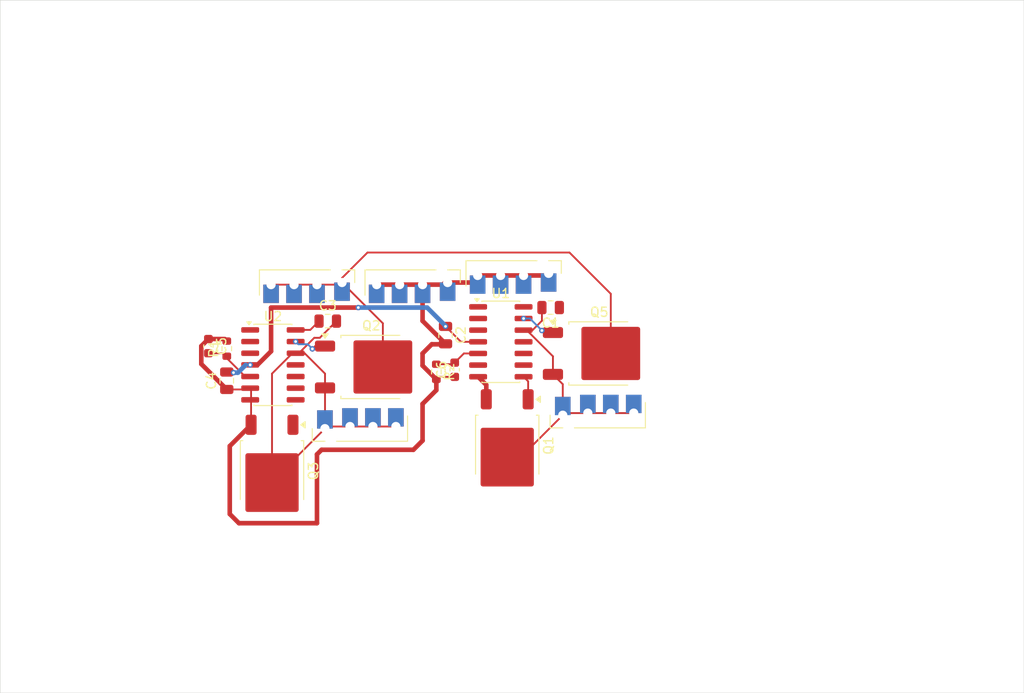
<source format=kicad_pcb>
(kicad_pcb (version 20241229) (generator "pcbnew") (generator_version "9.0")
  (title_block (title "PHM-30A") (date "2025-11-21") (rev "1.0") (company "ITLA-HUB") (comment 1 "Carlos Pichardo Viuque"))
  (layers (0 "F.Cu" signal) (2 "B.Cu" signal) (13 "F.Paste" user) (15 "B.Paste" user) (5 "F.SilkS" user "F.Silkscreen") (7 "B.SilkS" user "B.Silkscreen") (1 "F.Mask" user) (3 "B.Mask" user) (25 "Edge.Cuts" user))
  (net 0 "")
  (net 1 "Net-(J3-Pin_1)")
  (net 2 "GND")
  (net 3 "Net-(J4-Pin_1)")
  (net 4 "VCC")
  (net 5 "Net-(J1-Pin_1)")
  (net 6 "Net-(U1-DT)")
  (net 13 "Net-(U2-DT)")
  (net 20 "Net-(U1-BOOT)")
  (net 21 "Net-(U2-BOOT)")
  (net 22 "Net-(Q1-G)")
  (net 23 "Net-(Q2-G)")
  (net 24 "Net-(Q3-G)")
  (net 25 "Net-(Q5-G)")
  (footprint "Connector_Castellated_Ray:Connector_Castellated_1x04" (layer "F.Cu") (at 132.115 106.09 90)
    (property "Reference" "J3" (hide yes))
    (property "Value" "Conn_01x04_Socket")
    (fp_line (start -2.61 -4.11) (end -1.23 -4.11) (stroke (width 0.12)) (layer "F.SilkS"))
    (fp_line (start -2.61 -2.73) (end -2.61 -4.11) (stroke (width 0.12)) (layer "F.SilkS"))
    (fp_line (start -2.61 -1.46) (end -2.61 6.27) (stroke (width 0.12)) (layer "F.SilkS"))
    (fp_line (start -2.61 6.27) (end 0.15 6.27) (stroke (width 0.12)) (layer "F.SilkS"))
    (pad "1" thru_hole rect (at -1.23 -2.73 90) (size 2 1.7) (drill 1 (offset 1 0)) (property pad_prop_castellated) (layers "*.Cu" "*.Mask") (net 1 "Net-(J3-Pin_1)"))
    (pad "2" thru_hole rect (at -1 0 90) (size 2 1.7) (drill 1 (offset 1 0)) (property pad_prop_castellated) (layers "*.Cu" "*.Mask") (net 1 "Net-(J3-Pin_1)"))
    (pad "3" thru_hole rect (at -1 2.5 90) (size 2 1.7) (drill 1 (offset 1 0)) (property pad_prop_castellated) (layers "*.Cu" "*.Mask") (net 1 "Net-(J3-Pin_1)"))
    (pad "4" thru_hole rect (at -1 5 90) (size 2 1.7) (drill 1 (offset 1 0)) (property pad_prop_castellated) (layers "*.Cu" "*.Mask") (net 1 "Net-(J3-Pin_1)"))
  )
  (footprint "Package_TO_SOT_SMD:TO-252-2" (layer "F.Cu") (at 108.53 102.065)
    (property "Reference" "Q2" (at 0 -4.5 0) (layer "F.SilkS"))
    (property "Value" "QM6006D")
    (fp_line (start -3.31 -3.45) (end -3.31 -3.18) (stroke (width 0.12)) (layer "F.SilkS"))
    (fp_line (start -3.31 3.45) (end -3.31 3.18) (stroke (width 0.12)) (layer "F.SilkS"))
    (fp_line (start 3.11 -3.45) (end -3.31 -3.45) (stroke (width 0.12)) (layer "F.SilkS"))
    (fp_line (start 3.11 3.45) (end -3.31 3.45) (stroke (width 0.12)) (layer "F.SilkS"))
    (fp_poly (pts (xy -5.04 -3.14) (xy -5.38 -3.61) (xy -4.7 -3.61)) (stroke (width 0.12)) (fill yes) (layer "F.SilkS"))
    (pad "1" smd roundrect (at -5.04 -2.28) (size 2.2 1.2) (layers "F.Cu" "F.Mask" "F.Paste") (roundrect_rratio 0.208333) (net 23 "Net-(Q2-G)"))
    (pad "2" smd roundrect (at 1.26 0) (size 6.4 5.8) (layers "F.Cu" "F.Mask") (roundrect_rratio 0.043103) (net 5 "Net-(J1-Pin_1)"))
    (pad "3" smd roundrect (at -5.04 2.28) (size 2.2 1.2) (layers "F.Cu" "F.Mask" "F.Paste") (roundrect_rratio 0.208333) (net 3 "Net-(J4-Pin_1)"))
  )
  (footprint "Resistor_SMD:R_0603_1608Metric" (layer "F.Cu") (at 115.615 102.59 -90)
    (property "Reference" "R2" (at 0 -1.43 90) (layer "F.SilkS"))
    (property "Value" "R_US")
    (fp_line (start -0.237258 0.5225) (end 0.237258 0.5225) (stroke (width 0.12)) (layer "F.SilkS"))
    (fp_line (start -0.237258 -0.5225) (end 0.237258 -0.5225) (stroke (width 0.12)) (layer "F.SilkS"))
    (pad "1" smd roundrect (at -0.825 0 270) (size 0.8 0.95) (layers "F.Cu" "F.Mask" "F.Paste") (net 6 "Net-(U1-DT)"))
    (pad "2" smd roundrect (at 0.825 0 270) (size 0.8 0.95) (layers "F.Cu" "F.Mask" "F.Paste") (net 2 "GND"))
  )
  (footprint "Connector_Castellated_Ray:Connector_Castellated_1x04" (layer "F.Cu") (at 106.21 107.5525 90)
    (property "Reference" "J4" (hide yes))
    (property "Value" "Conn_01x04_Socket")
    (fp_line (start -2.61 -4.11) (end -1.23 -4.11) (stroke (width 0.12)) (layer "F.SilkS"))
    (fp_line (start -2.61 -2.73) (end -2.61 -4.11) (stroke (width 0.12)) (layer "F.SilkS"))
    (fp_line (start -2.61 -1.46) (end -2.61 6.27) (stroke (width 0.12)) (layer "F.SilkS"))
    (fp_line (start -2.61 6.27) (end 0.15 6.27) (stroke (width 0.12)) (layer "F.SilkS"))
    (pad "1" thru_hole rect (at -1.23 -2.73 90) (size 2 1.7) (drill 1 (offset 1 0)) (property pad_prop_castellated) (layers "*.Cu" "*.Mask") (net 3 "Net-(J4-Pin_1)"))
    (pad "2" thru_hole rect (at -1 0 90) (size 2 1.7) (drill 1 (offset 1 0)) (property pad_prop_castellated) (layers "*.Cu" "*.Mask") (net 3 "Net-(J4-Pin_1)"))
    (pad "3" thru_hole rect (at -1 2.5 90) (size 2 1.7) (drill 1 (offset 1 0)) (property pad_prop_castellated) (layers "*.Cu" "*.Mask") (net 3 "Net-(J4-Pin_1)"))
    (pad "4" thru_hole rect (at -1 5 90) (size 2 1.7) (drill 1 (offset 1 0)) (property pad_prop_castellated) (layers "*.Cu" "*.Mask") (net 3 "Net-(J4-Pin_1)"))
  )
  (footprint "Package_TO_SOT_SMD:TO-252-2" (layer "F.Cu") (at 97.7175 113.405 -90)
    (property "Reference" "Q3" (at 0 -4.5 90) (layer "F.SilkS"))
    (property "Value" "QM6006D")
    (fp_line (start -3.31 3.45) (end -3.31 3.18) (stroke (width 0.12)) (layer "F.SilkS"))
    (fp_line (start 3.11 3.45) (end -3.31 3.45) (stroke (width 0.12)) (layer "F.SilkS"))
    (fp_line (start -3.31 -3.45) (end -3.31 -3.18) (stroke (width 0.12)) (layer "F.SilkS"))
    (fp_line (start 3.11 -3.45) (end -3.31 -3.45) (stroke (width 0.12)) (layer "F.SilkS"))
    (fp_poly (pts (xy -5.04 -3.14) (xy -5.38 -3.61) (xy -4.7 -3.61)) (stroke (width 0.12)) (fill yes) (layer "F.SilkS"))
    (pad "1" smd roundrect (at -5.04 -2.28 270) (size 2.2 1.2) (layers "F.Cu" "F.Mask" "F.Paste") (roundrect_rratio 0.208333) (net 24 "Net-(Q3-G)"))
    (pad "2" smd roundrect (at 1.26 0 270) (size 6.4 5.8) (layers "F.Cu" "F.Mask") (roundrect_rratio 0.043103) (net 3 "Net-(J4-Pin_1)"))
    (pad "3" smd roundrect (at -5.04 2.28 270) (size 2.2 1.2) (layers "F.Cu" "F.Mask" "F.Paste") (roundrect_rratio 0.208333) (net 2 "GND"))
  )
  (footprint "Package_SO:SO-14_3.9x8.65mm_P1.27mm" (layer "F.Cu") (at 122.64 99.32)
    (property "Reference" "U1" (at 0 -5.28 0) (layer "F.SilkS"))
    (property "Value" "L6491")
    (fp_line (start -2.06 -4.435) (end 2.06 -4.435) (stroke (width 0.12)) (layer "F.SilkS"))
    (fp_line (start -2.06 -4.37) (end -2.06 -4.435) (stroke (width 0.12)) (layer "F.SilkS"))
    (fp_line (start -2.06 4.435) (end -2.06 4.37) (stroke (width 0.12)) (layer "F.SilkS"))
    (fp_line (start 2.06 -4.435) (end 2.06 -4.37) (stroke (width 0.12)) (layer "F.SilkS"))
    (fp_line (start 2.06 4.37) (end 2.06 4.435) (stroke (width 0.12)) (layer "F.SilkS"))
    (fp_line (start 2.06 4.435) (end -2.06 4.435) (stroke (width 0.12)) (layer "F.SilkS"))
    (fp_poly (pts (xy -2.6 -4.37) (xy -2.84 -4.7) (xy -2.36 -4.7)) (stroke (width 0.12)) (fill yes) (layer "F.SilkS"))
    (pad "1" smd roundrect (at -2.475 -3.81) (size 1.95 0.6) (layers "F.Cu" "F.Mask" "F.Paste"))
    (pad "2" smd roundrect (at -2.475 -2.54) (size 1.95 0.6) (layers "F.Cu" "F.Mask" "F.Paste"))
    (pad "3" smd roundrect (at -2.475 -1.27) (size 1.95 0.6) (layers "F.Cu" "F.Mask" "F.Paste"))
    (pad "4" smd roundrect (at -2.475 0) (size 1.95 0.6) (layers "F.Cu" "F.Mask" "F.Paste") (net 4 "VCC"))
    (pad "5" smd roundrect (at -2.475 1.27) (size 1.95 0.6) (layers "F.Cu" "F.Mask" "F.Paste") (net 6 "Net-(U1-DT)"))
    (pad "6" smd roundrect (at -2.475 2.54) (size 1.95 0.6) (layers "F.Cu" "F.Mask" "F.Paste") (net 2 "GND"))
    (pad "7" smd roundrect (at -2.475 3.81) (size 1.95 0.6) (layers "F.Cu" "F.Mask" "F.Paste") (net 2 "GND"))
    (pad "8" smd roundrect (at 2.475 3.81) (size 1.95 0.6) (layers "F.Cu" "F.Mask" "F.Paste") (net 22 "Net-(Q1-G)"))
    (pad "9" smd roundrect (at 2.475 2.54) (size 1.95 0.6) (layers "F.Cu" "F.Mask" "F.Paste"))
    (pad "10" smd roundrect (at 2.475 1.27) (size 1.95 0.6) (layers "F.Cu" "F.Mask" "F.Paste"))
    (pad "11" smd roundrect (at 2.475 0) (size 1.95 0.6) (layers "F.Cu" "F.Mask" "F.Paste"))
    (pad "12" smd roundrect (at 2.475 -1.27) (size 1.95 0.6) (layers "F.Cu" "F.Mask" "F.Paste") (net 1 "Net-(J3-Pin_1)"))
    (pad "13" smd roundrect (at 2.475 -2.54) (size 1.95 0.6) (layers "F.Cu" "F.Mask" "F.Paste") (net 25 "Net-(Q5-G)"))
    (pad "14" smd roundrect (at 2.475 -3.81) (size 1.95 0.6) (layers "F.Cu" "F.Mask" "F.Paste") (net 20 "Net-(U1-BOOT)"))
  )
  (footprint "Package_TO_SOT_SMD:TO-252-2" (layer "F.Cu") (at 123.335 110.63 -90)
    (property "Reference" "Q1" (at 0 -4.5 90) (layer "F.SilkS"))
    (property "Value" "QM6006D")
    (fp_line (start -3.31 3.45) (end -3.31 3.18) (stroke (width 0.12)) (layer "F.SilkS"))
    (fp_line (start 3.11 3.45) (end -3.31 3.45) (stroke (width 0.12)) (layer "F.SilkS"))
    (fp_line (start -3.31 -3.45) (end -3.31 -3.18) (stroke (width 0.12)) (layer "F.SilkS"))
    (fp_line (start 3.11 -3.45) (end -3.31 -3.45) (stroke (width 0.12)) (layer "F.SilkS"))
    (fp_poly (pts (xy -5.04 -3.14) (xy -5.38 -3.61) (xy -4.7 -3.61)) (stroke (width 0.12)) (fill yes) (layer "F.SilkS"))
    (pad "1" smd roundrect (at -5.04 -2.28 270) (size 2.2 1.2) (layers "F.Cu" "F.Mask" "F.Paste") (roundrect_rratio 0.208333) (net 22 "Net-(Q1-G)"))
    (pad "2" smd roundrect (at 1.26 0 270) (size 6.4 5.8) (layers "F.Cu" "F.Mask") (roundrect_rratio 0.043103) (net 1 "Net-(J3-Pin_1)"))
    (pad "3" smd roundrect (at -5.04 2.28 270) (size 2.2 1.2) (layers "F.Cu" "F.Mask" "F.Paste") (roundrect_rratio 0.208333) (net 2 "GND"))
  )
  (footprint "Connector_Castellated_Ray:Connector_Castellated_1x04" (layer "F.Cu") (at 102.615 94.09 -90)
    (property "Reference" "J1" (hide yes))
    (property "Value" "Conn_01x04_Socket")
    (fp_line (start -2.61 6.27) (end 0.15 6.27) (stroke (width 0.12)) (layer "F.SilkS"))
    (fp_line (start -2.61 -1.46) (end -2.61 6.27) (stroke (width 0.12)) (layer "F.SilkS"))
    (fp_line (start -2.61 -2.73) (end -2.61 -4.11) (stroke (width 0.12)) (layer "F.SilkS"))
    (fp_line (start -2.61 -4.11) (end -1.23 -4.11) (stroke (width 0.12)) (layer "F.SilkS"))
    (pad "1" thru_hole rect (at -1.23 -2.73 270) (size 2 1.7) (drill 1 (offset 1 0)) (property pad_prop_castellated) (layers "*.Cu" "*.Mask") (net 5 "Net-(J1-Pin_1)"))
    (pad "2" thru_hole rect (at -1 0 270) (size 2 1.7) (drill 1 (offset 1 0)) (property pad_prop_castellated) (layers "*.Cu" "*.Mask") (net 5 "Net-(J1-Pin_1)"))
    (pad "3" thru_hole rect (at -1 2.5 270) (size 2 1.7) (drill 1 (offset 1 0)) (property pad_prop_castellated) (layers "*.Cu" "*.Mask") (net 5 "Net-(J1-Pin_1)"))
    (pad "4" thru_hole rect (at -1 5 270) (size 2 1.7) (drill 1 (offset 1 0)) (property pad_prop_castellated) (layers "*.Cu" "*.Mask") (net 5 "Net-(J1-Pin_1)"))
  )
  (footprint "Resistor_SMD:R_0603_1608Metric" (layer "F.Cu") (at 92.79 100.065 90)
    (property "Reference" "R1" (at 0 -1.43 90) (layer "F.SilkS"))
    (property "Value" "R_US")
    (fp_line (start -0.237258 -0.5225) (end 0.237258 -0.5225) (stroke (width 0.12)) (layer "F.SilkS"))
    (fp_line (start -0.237258 0.5225) (end 0.237258 0.5225) (stroke (width 0.12)) (layer "F.SilkS"))
    (pad "1" smd roundrect (at -0.825 0 90) (size 0.8 0.95) (layers "F.Cu" "F.Mask" "F.Paste") (net 13 "Net-(U2-DT)"))
    (pad "2" smd roundrect (at 0.825 0 90) (size 0.8 0.95) (layers "F.Cu" "F.Mask" "F.Paste") (net 2 "GND"))
  )
  (footprint "Capacitor_SMD:C_0805_2012Metric" (layer "F.Cu") (at 92.79 103.565 90)
    (property "Reference" "C4" (at 0 -1.68 90) (layer "F.SilkS"))
    (property "Value" "C")
    (fp_line (start -0.261252 -0.735) (end 0.261252 -0.735) (stroke (width 0.12)) (layer "F.SilkS"))
    (fp_line (start -0.261252 0.735) (end 0.261252 0.735) (stroke (width 0.12)) (layer "F.SilkS"))
    (pad "1" smd roundrect (at -0.95 0 90) (size 1 1.45) (layers "F.Cu" "F.Mask" "F.Paste") (net 2 "GND"))
    (pad "2" smd roundrect (at 0.95 0 90) (size 1 1.45) (layers "F.Cu" "F.Mask" "F.Paste") (net 4 "VCC"))
  )
  (footprint "Package_SO:SO-14_3.9x8.65mm_P1.27mm" (layer "F.Cu") (at 97.815 101.835)
    (property "Reference" "U2" (at 0 -5.28 0) (layer "F.SilkS"))
    (property "Value" "L6491")
    (fp_line (start -2.06 -4.435) (end 2.06 -4.435) (stroke (width 0.12)) (layer "F.SilkS"))
    (fp_line (start -2.06 -4.37) (end -2.06 -4.435) (stroke (width 0.12)) (layer "F.SilkS"))
    (fp_line (start -2.06 4.435) (end -2.06 4.37) (stroke (width 0.12)) (layer "F.SilkS"))
    (fp_line (start 2.06 -4.435) (end 2.06 -4.37) (stroke (width 0.12)) (layer "F.SilkS"))
    (fp_line (start 2.06 4.37) (end 2.06 4.435) (stroke (width 0.12)) (layer "F.SilkS"))
    (fp_line (start 2.06 4.435) (end -2.06 4.435) (stroke (width 0.12)) (layer "F.SilkS"))
    (fp_poly (pts (xy -2.6 -4.37) (xy -2.84 -4.7) (xy -2.36 -4.7)) (stroke (width 0.12)) (fill yes) (layer "F.SilkS"))
    (pad "1" smd roundrect (at -2.475 -3.81) (size 1.95 0.6) (layers "F.Cu" "F.Mask" "F.Paste"))
    (pad "2" smd roundrect (at -2.475 -2.54) (size 1.95 0.6) (layers "F.Cu" "F.Mask" "F.Paste"))
    (pad "3" smd roundrect (at -2.475 -1.27) (size 1.95 0.6) (layers "F.Cu" "F.Mask" "F.Paste"))
    (pad "4" smd roundrect (at -2.475 0) (size 1.95 0.6) (layers "F.Cu" "F.Mask" "F.Paste") (net 4 "VCC"))
    (pad "5" smd roundrect (at -2.475 1.27) (size 1.95 0.6) (layers "F.Cu" "F.Mask" "F.Paste") (net 13 "Net-(U2-DT)"))
    (pad "6" smd roundrect (at -2.475 2.54) (size 1.95 0.6) (layers "F.Cu" "F.Mask" "F.Paste") (net 2 "GND"))
    (pad "7" smd roundrect (at -2.475 3.81) (size 1.95 0.6) (layers "F.Cu" "F.Mask" "F.Paste") (net 2 "GND"))
    (pad "8" smd roundrect (at 2.475 3.81) (size 1.95 0.6) (layers "F.Cu" "F.Mask" "F.Paste") (net 24 "Net-(Q3-G)"))
    (pad "9" smd roundrect (at 2.475 2.54) (size 1.95 0.6) (layers "F.Cu" "F.Mask" "F.Paste"))
    (pad "10" smd roundrect (at 2.475 1.27) (size 1.95 0.6) (layers "F.Cu" "F.Mask" "F.Paste"))
    (pad "11" smd roundrect (at 2.475 0) (size 1.95 0.6) (layers "F.Cu" "F.Mask" "F.Paste"))
    (pad "12" smd roundrect (at 2.475 -1.27) (size 1.95 0.6) (layers "F.Cu" "F.Mask" "F.Paste") (net 3 "Net-(J4-Pin_1)"))
    (pad "13" smd roundrect (at 2.475 -2.54) (size 1.95 0.6) (layers "F.Cu" "F.Mask" "F.Paste") (net 23 "Net-(Q2-G)"))
    (pad "14" smd roundrect (at 2.475 -3.81) (size 1.95 0.6) (layers "F.Cu" "F.Mask" "F.Paste") (net 21 "Net-(U2-BOOT)"))
  )
  (footprint "Capacitor_SMD:C_0805_2012Metric" (layer "F.Cu") (at 128.065 95.59 180)
    (property "Reference" "C1" (at 0 -1.68 0) (layer "F.SilkS"))
    (property "Value" "C")
    (fp_line (start -0.261252 0.735) (end 0.261252 0.735) (stroke (width 0.12)) (layer "F.SilkS"))
    (fp_line (start -0.261252 -0.735) (end 0.261252 -0.735) (stroke (width 0.12)) (layer "F.SilkS"))
    (pad "1" smd roundrect (at -0.95 0 180) (size 1 1.45) (layers "F.Cu" "F.Mask" "F.Paste") (net 20 "Net-(U1-BOOT)"))
    (pad "2" smd roundrect (at 0.95 0 180) (size 1 1.45) (layers "F.Cu" "F.Mask" "F.Paste") (net 1 "Net-(J3-Pin_1)"))
  )
  (footprint "Capacitor_SMD:C_0603_1608Metric" (layer "F.Cu") (at 90.79 99.79 -90)
    (property "Reference" "C5" (at 0 -1.43 90) (layer "F.SilkS"))
    (property "Value" "C")
    (fp_line (start -0.14058 0.51) (end 0.14058 0.51) (stroke (width 0.12)) (layer "F.SilkS"))
    (fp_line (start -0.14058 -0.51) (end 0.14058 -0.51) (stroke (width 0.12)) (layer "F.SilkS"))
    (pad "1" smd roundrect (at -0.775 0 270) (size 0.9 0.95) (layers "F.Cu" "F.Mask" "F.Paste") (net 2 "GND"))
    (pad "2" smd roundrect (at 0.775 0 270) (size 0.9 0.95) (layers "F.Cu" "F.Mask" "F.Paste") (net 13 "Net-(U2-DT)"))
  )
  (footprint "Connector_Castellated_Ray:Connector_Castellated_1x04" (layer "F.Cu") (at 114.115 94.09 -90)
    (property "Reference" "J2" (hide yes))
    (property "Value" "Conn_01x04_Socket")
    (fp_line (start -2.61 6.27) (end 0.15 6.27) (stroke (width 0.12)) (layer "F.SilkS"))
    (fp_line (start -2.61 -1.46) (end -2.61 6.27) (stroke (width 0.12)) (layer "F.SilkS"))
    (fp_line (start -2.61 -2.73) (end -2.61 -4.11) (stroke (width 0.12)) (layer "F.SilkS"))
    (fp_line (start -2.61 -4.11) (end -1.23 -4.11) (stroke (width 0.12)) (layer "F.SilkS"))
    (pad "1" thru_hole rect (at -1.23 -2.73 270) (size 2 1.7) (drill 1 (offset 1 0)) (property pad_prop_castellated) (layers "*.Cu" "*.Mask") (net 2 "GND"))
    (pad "2" thru_hole rect (at -1 0 270) (size 2 1.7) (drill 1 (offset 1 0)) (property pad_prop_castellated) (layers "*.Cu" "*.Mask") (net 2 "GND"))
    (pad "3" thru_hole rect (at -1 2.5 270) (size 2 1.7) (drill 1 (offset 1 0)) (property pad_prop_castellated) (layers "*.Cu" "*.Mask") (net 2 "GND"))
    (pad "4" thru_hole rect (at -1 5 270) (size 2 1.7) (drill 1 (offset 1 0)) (property pad_prop_castellated) (layers "*.Cu" "*.Mask") (net 2 "GND"))
  )
  (footprint "Capacitor_SMD:C_0805_2012Metric" (layer "F.Cu") (at 103.79 97.065)
    (property "Reference" "C3" (at 0 -1.68 0) (layer "F.SilkS"))
    (property "Value" "C")
    (fp_line (start -0.261252 -0.735) (end 0.261252 -0.735) (stroke (width 0.12)) (layer "F.SilkS"))
    (fp_line (start -0.261252 0.735) (end 0.261252 0.735) (stroke (width 0.12)) (layer "F.SilkS"))
    (pad "1" smd roundrect (at -0.95 0) (size 1 1.45) (layers "F.Cu" "F.Mask" "F.Paste") (net 21 "Net-(U2-BOOT)"))
    (pad "2" smd roundrect (at 0.95 0) (size 1 1.45) (layers "F.Cu" "F.Mask" "F.Paste") (net 3 "Net-(J4-Pin_1)"))
  )
  (footprint "Capacitor_SMD:C_0603_1608Metric" (layer "F.Cu") (at 117.615 102.365 90)
    (property "Reference" "C6" (at 0 -1.43 90) (layer "F.SilkS"))
    (property "Value" "C")
    (fp_line (start -0.14058 -0.51) (end 0.14058 -0.51) (stroke (width 0.12)) (layer "F.SilkS"))
    (fp_line (start -0.14058 0.51) (end 0.14058 0.51) (stroke (width 0.12)) (layer "F.SilkS"))
    (pad "1" smd roundrect (at -0.775 0 90) (size 0.9 0.95) (layers "F.Cu" "F.Mask" "F.Paste") (net 2 "GND"))
    (pad "2" smd roundrect (at 0.775 0 90) (size 0.9 0.95) (layers "F.Cu" "F.Mask" "F.Paste") (net 6 "Net-(U1-DT)"))
  )
  (footprint "Capacitor_SMD:C_0805_2012Metric" (layer "F.Cu") (at 116.615 98.59 -90)
    (property "Reference" "C2" (at 0 -1.68 90) (layer "F.SilkS"))
    (property "Value" "C")
    (fp_line (start -0.261252 0.735) (end 0.261252 0.735) (stroke (width 0.12)) (layer "F.SilkS"))
    (fp_line (start -0.261252 -0.735) (end 0.261252 -0.735) (stroke (width 0.12)) (layer "F.SilkS"))
    (pad "1" smd roundrect (at -0.95 0 270) (size 1 1.45) (layers "F.Cu" "F.Mask" "F.Paste") (net 4 "VCC"))
    (pad "2" smd roundrect (at 0.95 0 270) (size 1 1.45) (layers "F.Cu" "F.Mask" "F.Paste") (net 2 "GND"))
  )
  (footprint "Package_TO_SOT_SMD:TO-252-2" (layer "F.Cu") (at 133.355 100.59)
    (property "Reference" "Q5" (at 0 -4.5 0) (layer "F.SilkS"))
    (property "Value" "QM6006D")
    (fp_line (start -3.31 -3.45) (end -3.31 -3.18) (stroke (width 0.12)) (layer "F.SilkS"))
    (fp_line (start -3.31 3.45) (end -3.31 3.18) (stroke (width 0.12)) (layer "F.SilkS"))
    (fp_line (start 3.11 -3.45) (end -3.31 -3.45) (stroke (width 0.12)) (layer "F.SilkS"))
    (fp_line (start 3.11 3.45) (end -3.31 3.45) (stroke (width 0.12)) (layer "F.SilkS"))
    (fp_poly (pts (xy -5.04 -3.14) (xy -5.38 -3.61) (xy -4.7 -3.61)) (stroke (width 0.12)) (fill yes) (layer "F.SilkS"))
    (pad "1" smd roundrect (at -5.04 -2.28) (size 2.2 1.2) (layers "F.Cu" "F.Mask" "F.Paste") (roundrect_rratio 0.208333) (net 25 "Net-(Q5-G)"))
    (pad "2" smd roundrect (at 1.26 0) (size 6.4 5.8) (layers "F.Cu" "F.Mask") (roundrect_rratio 0.043103) (net 5 "Net-(J1-Pin_1)"))
    (pad "3" smd roundrect (at -5.04 2.28) (size 2.2 1.2) (layers "F.Cu" "F.Mask" "F.Paste") (roundrect_rratio 0.208333) (net 1 "Net-(J3-Pin_1)"))
  )
  (footprint "Connector_Castellated_Ray:Connector_Castellated_1x04" (layer "F.Cu") (at 125.115 93.09 -90)
    (property "Reference" "J5" (hide yes))
    (property "Value" "Conn_01x04_Socket")
    (fp_line (start -2.61 6.27) (end 0.15 6.27) (stroke (width 0.12)) (layer "F.SilkS"))
    (fp_line (start -2.61 -1.46) (end -2.61 6.27) (stroke (width 0.12)) (layer "F.SilkS"))
    (fp_line (start -2.61 -2.73) (end -2.61 -4.11) (stroke (width 0.12)) (layer "F.SilkS"))
    (fp_line (start -2.61 -4.11) (end -1.23 -4.11) (stroke (width 0.12)) (layer "F.SilkS"))
    (pad "1" thru_hole rect (at -1.23 -2.73 270) (size 2 1.7) (drill 1 (offset 1 0)) (property pad_prop_castellated) (layers "*.Cu" "*.Mask") (net 2 "GND"))
    (pad "2" thru_hole rect (at -1 0 270) (size 2 1.7) (drill 1 (offset 1 0)) (property pad_prop_castellated) (layers "*.Cu" "*.Mask") (net 2 "GND"))
    (pad "3" thru_hole rect (at -1 2.5 270) (size 2 1.7) (drill 1 (offset 1 0)) (property pad_prop_castellated) (layers "*.Cu" "*.Mask") (net 2 "GND"))
    (pad "4" thru_hole rect (at -1 5 270) (size 2 1.7) (drill 1 (offset 1 0)) (property pad_prop_castellated) (layers "*.Cu" "*.Mask") (net 2 "GND"))
  )
  (gr_rect (start 68.115 62.09) (end 179.615 137.59) (stroke (width 0.05)) (fill no) (layer "Edge.Cuts"))
  (segment (start 127.115 97.024999) (end 126.089999 98.05) (width 0.2) (layer "F.Cu") (net 1))
  (segment (start 126.089999 98.05) (end 125.115 98.05) (width 0.2) (layer "F.Cu") (net 1))
  (segment (start 127.115 95.59) (end 127.115 97.024999) (width 0.2) (layer "F.Cu") (net 1))
  (segment (start 123.335 111.89) (end 124.815 111.89) (width 0.2) (layer "F.Cu") (net 1))
  (segment (start 125.461968 98.05) (end 125.115 98.05) (width 0.2) (layer "F.Cu") (net 1))
  (segment (start 128.315 102.87) (end 128.315 100.903032) (width 0.2) (layer "F.Cu") (net 1))
  (segment (start 129.385 107.32) (end 129.385 103.94) (width 0.2) (layer "F.Cu") (net 1))
  (segment (start 124.815 111.89) (end 129.385 107.32) (width 0.2) (layer "F.Cu") (net 1))
  (segment (start 129.385 107.32) (end 129.615 107.09) (width 0.2) (layer "F.Cu") (net 1))
  (segment (start 129.615 107.09) (end 137.115 107.09) (width 0.2) (layer "F.Cu") (net 1))
  (segment (start 128.315 100.903032) (end 125.461968 98.05) (width 0.2) (layer "F.Cu") (net 1))
  (segment (start 129.385 103.94) (end 128.315 102.87) (width 0.2) (layer "F.Cu") (net 1))
  (segment (start 116.615 92.59) (end 116.115 93.09) (width 0.2) (layer "F.Cu") (net 2))
  (segment (start 113.115 111.09) (end 114.115 110.09) (width 0.5) (layer "F.Cu") (net 2))
  (segment (start 95.2 104.515) (end 95.34 104.375) (width 0.2) (layer "F.Cu") (net 2))
  (segment (start 102.615 119.09) (end 102.615 111.59) (width 0.5) (layer "F.Cu") (net 2))
  (segment (start 116.615 99.54) (end 114.115 97.04) (width 0.5) (layer "F.Cu") (net 2))
  (segment (start 93.115 110.6875) (end 93.115 118.09) (width 0.5) (layer "F.Cu") (net 2))
  (segment (start 114.115 101.915) (end 114.115 100.59) (width 0.5) (layer "F.Cu") (net 2))
  (segment (start 94.115 119.09) (end 102.615 119.09) (width 0.5) (layer "F.Cu") (net 2))
  (segment (start 115.615 103.415) (end 114.115 101.915) (width 0.5) (layer "F.Cu") (net 2))
  (segment (start 116.565 99.59) (end 116.615 99.54) (width 0.2) (layer "F.Cu") (net 2))
  (segment (start 92.79 104.515) (end 90.014 101.739) (width 0.5) (layer "F.Cu") (net 2))
  (segment (start 90.79 99.015) (end 92.565 99.015) (width 0.5) (layer "F.Cu") (net 2))
  (segment (start 92.79 104.515) (end 95.2 104.515) (width 0.2) (layer "F.Cu") (net 2))
  (segment (start 121.055 104.02) (end 121.055 105.59) (width 0.5) (layer "F.Cu") (net 2))
  (segment (start 116.615 92.63) (end 116.845 92.86) (width 0.2) (layer "F.Cu") (net 2))
  (segment (start 117.615 103.14) (end 115.89 103.14) (width 0.2) (layer "F.Cu") (net 2))
  (segment (start 114.115 106.09) (end 115.615 104.59) (width 0.5) (layer "F.Cu") (net 2))
  (segment (start 95.4375 104.4725) (end 95.34 104.375) (width 0.2) (layer "F.Cu") (net 2))
  (segment (start 120.115 92.09) (end 127.615 92.09) (width 0.5) (layer "F.Cu") (net 2))
  (segment (start 95.4375 108.365) (end 93.115 110.6875) (width 0.5) (layer "F.Cu") (net 2))
  (segment (start 90.014 101.739) (end 90.014 99.791) (width 0.5) (layer "F.Cu") (net 2))
  (segment (start 115.89 103.14) (end 115.615 103.415) (width 0.2) (layer "F.Cu") (net 2))
  (segment (start 93.115 118.09) (end 94.115 119.09) (width 0.5) (layer "F.Cu") (net 2))
  (segment (start 116.615 92.59) (end 116.615 92.63) (width 0.2) (layer "F.Cu") (net 2))
  (segment (start 95.4375 108.365) (end 95.4375 104.4725) (width 0.2) (layer "F.Cu") (net 2))
  (segment (start 115.115 99.59) (end 116.565 99.59) (width 0.5) (layer "F.Cu") (net 2))
  (segment (start 119.345 92.86) (end 120.115 92.09) (width 0.2) (layer "F.Cu") (net 2))
  (segment (start 92.565 99.015) (end 92.79 99.24) (width 0.2) (layer "F.Cu") (net 2))
  (segment (start 114.115 97.04) (end 114.115 93.09) (width 0.5) (layer "F.Cu") (net 2))
  (segment (start 117.115 93.09) (end 116.615 92.59) (width 0.2) (layer "F.Cu") (net 2))
  (segment (start 114.115 110.09) (end 114.115 106.09) (width 0.5) (layer "F.Cu") (net 2))
  (segment (start 114.115 100.59) (end 115.115 99.59) (width 0.5) (layer "F.Cu") (net 2))
  (segment (start 117.115 92.59) (end 117.115 93.09) (width 0.2) (layer "F.Cu") (net 2))
  (segment (start 115.615 104.59) (end 115.615 103.415) (width 0.5) (layer "F.Cu") (net 2))
  (segment (start 120.165 103.13) (end 121.055 104.02) (width 0.5) (layer "F.Cu") (net 2))
  (segment (start 116.845 92.86) (end 119.345 92.86) (width 0.5) (layer "F.Cu") (net 2))
  (segment (start 103.115 111.09) (end 113.115 111.09) (width 0.5) (layer "F.Cu") (net 2))
  (segment (start 90.014 99.791) (end 90.79 99.015) (width 0.5) (layer "F.Cu") (net 2))
  (segment (start 127.615 92.09) (end 127.845 91.86) (width 0.2) (layer "F.Cu") (net 2))
  (segment (start 102.615 111.59) (end 103.115 111.09) (width 0.5) (layer "F.Cu") (net 2))
  (segment (start 116.115 93.09) (end 109.115 93.09) (width 0.5) (layer "F.Cu") (net 2))
  (segment (start 101.264999 100.565) (end 100.29 100.565) (width 0.2) (layer "F.Cu") (net 3))
  (segment (start 103.49 108.7725) (end 103.48 108.7825) (width 0.2) (layer "F.Cu") (net 3))
  (segment (start 104.74 97.065) (end 102.921 98.884) (width 0.2) (layer "F.Cu") (net 3))
  (segment (start 103.49 104.345) (end 103.49 102.790001) (width 0.2) (layer "F.Cu") (net 3))
  (segment (start 103.49 104.345) (end 103.49 108.7725) (width 0.2) (layer "F.Cu") (net 3))
  (segment (start 97.7175 114.665) (end 97.7175 114.545) (width 0.2) (layer "F.Cu") (net 3))
  (segment (start 99.943032 100.565) (end 100.29 100.565) (width 0.2) (layer "F.Cu") (net 3))
  (segment (start 97.7175 114.545) (end 103.48 108.7825) (width 0.2) (layer "F.Cu") (net 3))
  (segment (start 103.49 102.790001) (end 101.264999 100.565) (width 0.2) (layer "F.Cu") (net 3))
  (segment (start 97.7175 102.790532) (end 99.943032 100.565) (width 0.2) (layer "F.Cu") (net 3))
  (segment (start 102.921 98.884) (end 102.321 98.884) (width 0.2) (layer "F.Cu") (net 3))
  (segment (start 103.48 108.7825) (end 103.71 108.5525) (width 0.2) (layer "F.Cu") (net 3))
  (segment (start 100.64 100.565) (end 100.29 100.565) (width 0.2) (layer "F.Cu") (net 3))
  (segment (start 103.71 108.5525) (end 111.21 108.5525) (width 0.2) (layer "F.Cu") (net 3))
  (segment (start 97.7175 114.665) (end 97.7175 102.790532) (width 0.2) (layer "F.Cu") (net 3))
  (segment (start 102.321 98.884) (end 100.64 100.565) (width 0.2) (layer "F.Cu") (net 3))
  (segment (start 118.295 99.32) (end 116.615 97.64) (width 0.2) (layer "F.Cu") (net 4))
  (segment (start 120.165 99.32) (end 118.295 99.32) (width 0.2) (layer "F.Cu") (net 4))
  (segment (start 92.79 102.615) (end 93.45263 102.615) (width 0.2) (layer "F.Cu") (net 4))
  (segment (start 96.133032 101.835) (end 97.615 100.353032) (width 0.5) (layer "F.Cu") (net 4))
  (segment (start 97.615 100.353032) (end 97.615 95.59) (width 0.5) (layer "F.Cu") (net 4))
  (segment (start 97.615 95.59) (end 107.115 95.59) (width 0.5) (layer "F.Cu") (net 4))
  (segment (start 95.34 101.835) (end 96.133032 101.835) (width 0.2) (layer "F.Cu") (net 4))
  (segment (start 93.45263 102.615) (end 93.521315 102.683685) (width 0.2) (layer "F.Cu") (net 4))
  (via (at 93.521315 102.683685) (size 0.6) (drill 0.3) (layers "F.Cu" "B.Cu") (net 4))
  (via (at 116.615 97.64) (size 0.6) (drill 0.3) (layers "F.Cu" "B.Cu") (net 4))
  (via (at 95.34 101.835) (size 0.6) (drill 0.3) (layers "F.Cu" "B.Cu") (net 4))
  (via (at 107.115 95.59) (size 0.6) (drill 0.3) (layers "F.Cu" "B.Cu") (net 4))
  (segment (start 93.521315 102.683685) (end 94.006315 102.683685) (width 0.5) (layer "B.Cu") (net 4))
  (segment (start 107.115 95.59) (end 114.615 95.59) (width 0.5) (layer "B.Cu") (net 4))
  (segment (start 94.006315 102.683685) (end 94.855 101.835) (width 0.5) (layer "B.Cu") (net 4))
  (segment (start 114.615 95.59) (end 116.615 97.59) (width 0.5) (layer "B.Cu") (net 4))
  (segment (start 94.855 101.835) (end 95.34 101.835) (width 0.2) (layer "B.Cu") (net 4))
  (segment (start 116.615 97.59) (end 116.615 97.64) (width 0.2) (layer "B.Cu") (net 4))
  (segment (start 105.345 92.86) (end 109.79 97.305) (width 0.2) (layer "F.Cu") (net 5))
  (segment (start 134.615 94.09) (end 130.115 89.59) (width 0.2) (layer "F.Cu") (net 5))
  (segment (start 105.115 93.09) (end 105.345 92.86) (width 0.2) (layer "F.Cu") (net 5))
  (segment (start 108.115 89.59) (end 105.345 92.36) (width 0.2) (layer "F.Cu") (net 5))
  (segment (start 97.615 93.09) (end 105.115 93.09) (width 0.2) (layer "F.Cu") (net 5))
  (segment (start 134.615 100.59) (end 134.615 94.09) (width 0.2) (layer "F.Cu") (net 5))
  (segment (start 130.115 89.59) (end 108.115 89.59) (width 0.2) (layer "F.Cu") (net 5))
  (segment (start 105.345 92.36) (end 105.345 92.86) (width 0.2) (layer "F.Cu") (net 5))
  (segment (start 109.79 97.305) (end 109.79 102.065) (width 0.2) (layer "F.Cu") (net 5))
  (segment (start 118.615 100.59) (end 120.165 100.59) (width 0.2) (layer "F.Cu") (net 6))
  (segment (start 117.44 101.765) (end 117.615 101.59) (width 0.2) (layer "F.Cu") (net 6))
  (segment (start 115.615 101.765) (end 117.44 101.765) (width 0.2) (layer "F.Cu") (net 6))
  (segment (start 117.615 101.59) (end 118.615 100.59) (width 0.2) (layer "F.Cu") (net 6))
  (segment (start 92.465 100.565) (end 92.79 100.89) (width 0.2) (layer "F.Cu") (net 13))
  (segment (start 94.79116 103.105) (end 92.79 101.10384) (width 0.2) (layer "F.Cu") (net 13))
  (segment (start 92.79 101.10384) (end 92.79 100.89) (width 0.2) (layer "F.Cu") (net 13))
  (segment (start 95.34 103.105) (end 94.79116 103.105) (width 0.2) (layer "F.Cu") (net 13))
  (segment (start 90.79 100.565) (end 92.465 100.565) (width 0.2) (layer "F.Cu") (net 13))
  (segment (start 101.88 98.025) (end 102.84 97.065) (width 0.2) (layer "F.Cu") (net 21))
  (segment (start 100.29 98.025) (end 101.88 98.025) (width 0.2) (layer "F.Cu") (net 21))
  (segment (start 125.615 105.59) (end 125.615 103.63) (width 0.2) (layer "F.Cu") (net 22))
  (segment (start 125.615 103.63) (end 125.115 103.13) (width 0.2) (layer "F.Cu") (net 22))
  (segment (start 102.42 99.785) (end 102.115 100.09) (width 0.2) (layer "F.Cu") (net 23))
  (segment (start 103.49 99.785) (end 102.42 99.785) (width 0.2) (layer "F.Cu") (net 23))
  (via (at 102.115 100.09) (size 0.6) (drill 0.3) (layers "F.Cu" "B.Cu") (net 23))
  (via (at 100.29 99.295) (size 0.6) (drill 0.3) (layers "F.Cu" "B.Cu") (net 23))
  (segment (start 100.585 99.59) (end 101.615 99.59) (width 0.2) (layer "B.Cu") (net 23))
  (segment (start 101.615 99.59) (end 102.115 100.09) (width 0.2) (layer "B.Cu") (net 23))
  (segment (start 100.29 99.295) (end 100.585 99.59) (width 0.2) (layer "B.Cu") (net 23))
  (segment (start 127.335 98.31) (end 127.115 98.09) (width 0.2) (layer "F.Cu") (net 25))
  (segment (start 128.315 98.31) (end 127.335 98.31) (width 0.2) (layer "F.Cu") (net 25))
  (via (at 127.115 98.09) (size 0.6) (drill 0.3) (layers "F.Cu" "B.Cu") (net 25))
  (via (at 125.115 96.78) (size 0.6) (drill 0.3) (layers "F.Cu" "B.Cu") (net 25))
  (segment (start 127.115 98.09) (end 125.805 96.78) (width 0.2) (layer "B.Cu") (net 25))
  (segment (start 125.805 96.78) (end 125.115 96.78) (width 0.2) (layer "B.Cu") (net 25))
)
</source>
